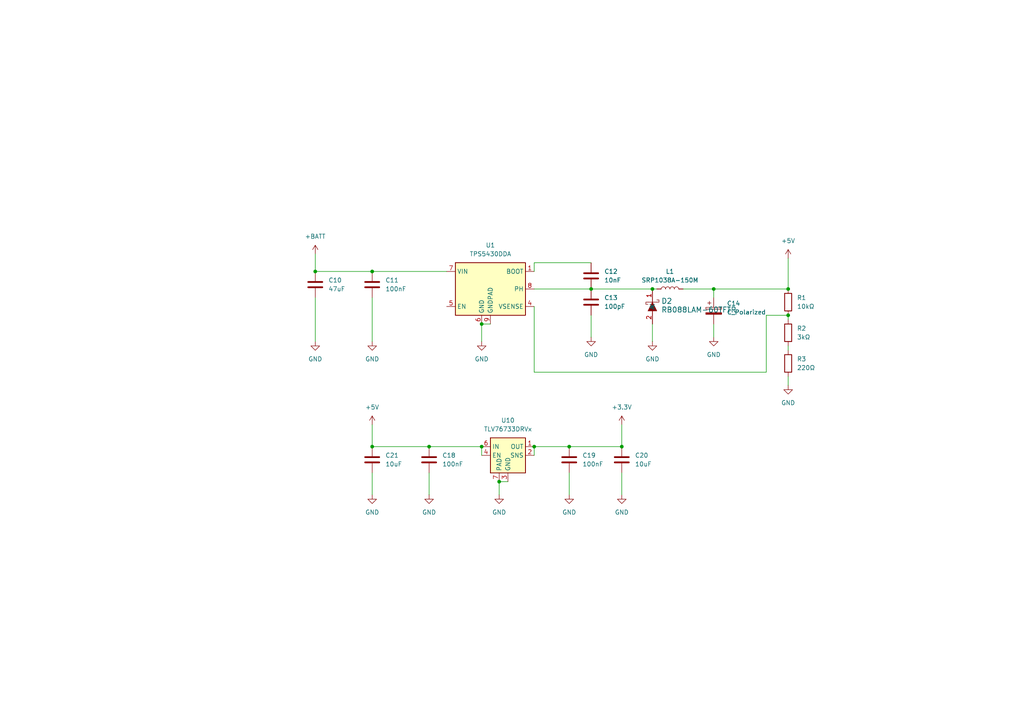
<source format=kicad_sch>
(kicad_sch (version 20250114) (generator "eeschema") (generator_version "9.0")
  (paper "A4")
  (lib_symbols
    (symbol "Device:CAP0402" (pin_numbers (hide yes)) (pin_names (offset 0.254))
      (property "Reference" "C" (at 0.635 2.54 0))
      (property "Value" "?uF" (at 0.635 -2.54 0))
      (symbol "CAP0402_0_1"
        (polyline (pts (xy -2.032 0.762) (xy 2.032 0.762)) (stroke (width 0.508)))
        (polyline (pts (xy -2.032 -0.762) (xy 2.032 -0.762)) (stroke (width 0.508)))
      )
      (symbol "CAP0402_1_1"
        (pin passive line (at 0 3.81 270) (length 2.794) (name "~") (number "1"))
        (pin passive line (at 0 -3.81 90) (length 2.794) (name "~") (number "2"))
      )
    )
    (symbol "Device:CAP1206" (pin_numbers (hide yes)) (pin_names (offset 0.254))
      (property "Reference" "C" (at 0.635 2.54 0))
      (property "Value" "?uF" (at 0.635 -2.54 0))
      (symbol "CAP1206_0_1"
        (polyline (pts (xy -2.032 0.762) (xy 2.032 0.762)) (stroke (width 0.508)))
        (polyline (pts (xy -2.032 -0.762) (xy 2.032 -0.762)) (stroke (width 0.508)))
      )
      (symbol "CAP1206_1_1"
        (pin passive line (at 0 3.81 270) (length 2.794) (name "~") (number "1"))
        (pin passive line (at 0 -3.81 90) (length 2.794) (name "~") (number "2"))
      )
    )
    (symbol "Device:C_Polarized" (pin_numbers (hide yes)) (pin_names (offset 0.254))
      (property "Reference" "C" (at 0.635 2.54 0))
      (property "Value" "C_Polarized" (at 0.635 -2.54 0))
      (symbol "C_Polarized_0_1"
        (rectangle (start -2.286 0.508) (end 2.286 1.016))
        (polyline (pts (xy -1.778 2.286) (xy -0.762 2.286)))
        (polyline (pts (xy -1.27 2.794) (xy -1.27 1.778)))
        (rectangle (start 2.286 -0.508) (end -2.286 -1.016) (fill (type outline)))
      )
      (symbol "C_Polarized_1_1"
        (pin passive line (at 0 3.81 270) (length 2.794) (name "~") (number "1"))
        (pin passive line (at 0 -3.81 90) (length 2.794) (name "~") (number "2"))
      )
    )
    (symbol "Device:RES0402" (pin_numbers (hide yes)) (pin_names (offset 0))
      (property "Reference" "R" (at 2.032 0 90))
      (property "Value" "kΩ" (at 0 0 90))
      (symbol "RES0402_0_1"
        (rectangle (start -1.016 -2.54) (end 1.016 2.54) (stroke (width 0.254)))
      )
      (symbol "RES0402_1_1"
        (pin passive line (at 0 3.81 270) (length 1.27) (name "~") (number "1"))
        (pin passive line (at 0 -3.81 90) (length 1.27) (name "~") (number "2"))
      )
    )
    (symbol "Regulator_Linear:TLV76733DRVx"
      (property "Reference" "U" (at 0 8.89 0))
      (property "Value" "TLV76733DRVx" (at 0 6.35 0))
      (symbol "TLV76733DRVx_0_1"
        (rectangle (start -5.08 -5.08) (end 5.08 5.08) (stroke (width 0.254)) (fill (type background)))
      )
      (symbol "TLV76733DRVx_1_1"
        (pin power_in line (at -7.62 2.54 0) (length 2.54) (name "IN") (number "6"))
        (pin input line (at -7.62 0 0) (length 2.54) (name "EN") (number "4"))
        (pin passive line (at -2.54 -7.62 90) (length 2.54) (name "PAD") (number "7"))
        (pin power_in line (at 0 -7.62 90) (length 2.54) (name "GND") (number "3"))
        (pin passive line (at 0 -7.62 90) (length 2.54) (hide yes) (name "GND") (number "5"))
        (pin power_out line (at 7.62 2.54 180) (length 2.54) (name "OUT") (number "1"))
        (pin input line (at 7.62 0 180) (length 2.54) (name "SNS") (number "2"))
      )
    )
    (symbol "Regulator_Switching:TPS5430DDA"
      (property "Reference" "U" (at -10.16 8.89 0))
      (property "Value" "TPS5430DDA" (at -1.27 8.89 0))
      (symbol "TPS5430DDA_0_1"
        (rectangle (start -10.16 7.62) (end 10.16 -7.62) (stroke (width 0.254)) (fill (type background)))
      )
      (symbol "TPS5430DDA_1_1"
        (pin power_in line (at -12.7 5.08 0) (length 2.54) (name "VIN") (number "7"))
        (pin input line (at -12.7 -5.08 0) (length 2.54) (name "EN") (number "5"))
        (pin no_connect line (at -10.16 2.54 0) (length 2.54) (hide yes) (name "NC") (number "2"))
        (pin no_connect line (at -10.16 -2.54 0) (length 2.54) (hide yes) (name "NC") (number "3"))
        (pin power_in line (at -2.54 -10.16 90) (length 2.54) (name "GND") (number "6"))
        (pin power_in line (at 0 -10.16 90) (length 2.54) (name "GNDPAD") (number "9"))
        (pin input line (at 12.7 5.08 180) (length 2.54) (name "BOOT") (number "1"))
        (pin output line (at 12.7 0 180) (length 2.54) (name "PH") (number "8"))
        (pin input line (at 12.7 -5.08 180) (length 2.54) (name "VSENSE") (number "4"))
      )
    )
    (symbol "dk_Diodes-Rectifiers-Single:RB088LAM-60TFTR" (pin_names (offset 0.254))
      (property "Reference" "D" (at 20.32 10.16 0))
      (property "Value" "RB088LAM-60TFTR" (at 20.32 7.62 0))
      (symbol "RB088LAM-60TFTR_0_1"
        (polyline (pts (xy 16.51 1.27) (xy 16.51 -1.27) (xy 19.05 0) (xy 16.51 1.27)) (fill (type outline)))
        (polyline (pts (xy 19.05 1.27) (xy 19.05 -1.27)))
        (polyline (pts (xy 19.05 1.27) (xy 19.05 1.905) (xy 18.415 1.905) (xy 18.415 1.27)))
        (polyline (pts (xy 19.05 -1.27) (xy 19.05 -1.905) (xy 19.685 -1.905) (xy 19.685 -1.27)))
      )
      (symbol "RB088LAM-60TFTR_1_1"
        (pin passive line (at 12.7 0 0) (length 3.81) (name "A") (number "2"))
        (pin passive line (at 22.86 0 180) (length 3.81) (name "K") (number "1"))
      )
    )
    (symbol "dk_Fixed-Inductors:SRP1038A-150M" (pin_numbers (hide yes)) (pin_names (offset 1.016) (hide yes))
      (property "Reference" "L" (at -3.937 1.397 0))
      (property "Value" "SRP1038A-150M" (at 10.795 1.651 0))
      (symbol "SRP1038A-150M_0_1"
        (arc (start -2.54 0) (mid -1.905 0.6323) (end -1.27 0))
        (arc (start -1.27 0) (mid -0.635 0.6323) (end 0 0))
        (arc (start 0 0) (mid 0.635 0.6323) (end 1.27 0))
        (arc (start 1.27 0) (mid 1.905 0.6323) (end 2.54 0))
      )
      (symbol "SRP1038A-150M_1_1"
        (pin passive line (at -3.81 0 0) (length 1.27) (name "1") (number "1"))
        (pin passive line (at 3.81 0 180) (length 1.27) (name "2") (number "2"))
      )
    )
    (symbol "power:+3.3V" (power) (pin_numbers (hide yes)) (pin_names (offset 0) (hide yes))
      (property "Value" "+3.3V" (at 0 3.556 0))
      (symbol "+3.3V_0_1"
        (polyline (pts (xy -0.762 1.27) (xy 0 2.54)))
        (polyline (pts (xy 0 2.54) (xy 0.762 1.27)))
        (polyline (pts (xy 0 0) (xy 0 2.54)))
      )
      (symbol "+3.3V_1_1"
        (pin power_in line (at 0 0 90) (length 0) (name "~") (number "1"))
      )
    )
    (symbol "power:+BATT" (power) (pin_numbers (hide yes)) (pin_names (offset 0) (hide yes))
      (property "Value" "+BATT" (at 0 3.556 0))
      (symbol "+BATT_0_1"
        (polyline (pts (xy -0.762 1.27) (xy 0 2.54)))
        (polyline (pts (xy 0 2.54) (xy 0.762 1.27)))
        (polyline (pts (xy 0 0) (xy 0 2.54)))
      )
      (symbol "+BATT_1_1"
        (pin power_in line (at 0 0 90) (length 0) (name "~") (number "1"))
      )
    )
    (symbol "power:GND" (power) (pin_numbers (hide yes)) (pin_names (offset 0) (hide yes))
      (property "Value" "GND" (at 0 -3.81 0))
      (symbol "GND_0_1"
        (polyline (pts (xy 0 0) (xy 0 -1.27) (xy 1.27 -1.27) (xy 0 -2.54) (xy -1.27 -1.27) (xy 0 -1.27)))
      )
      (symbol "GND_1_1"
        (pin power_in line (at 0 0 270) (length 0) (name "~") (number "1"))
      )
    )
  )
  (junction (at 171.45 83.82))
  (junction (at 139.7 129.54))
  (junction (at 228.6 91.44))
  (junction (at 107.95 78.74))
  (junction (at 107.95 129.54))
  (junction (at 154.94 129.54))
  (junction (at 91.44 78.74))
  (junction (at 189.23 83.82))
  (junction (at 144.78 139.7))
  (junction (at 228.6 83.82))
  (junction (at 165.1 129.54))
  (junction (at 180.34 129.54))
  (junction (at 124.46 129.54))
  (junction (at 139.7 93.98))
  (junction (at 207.01 83.82))
  (wire (pts (xy 171.45 91.44) (xy 171.45 97.79)))
  (wire (pts (xy 144.78 139.7) (xy 147.32 139.7)))
  (wire (pts (xy 165.1 129.54) (xy 180.34 129.54)))
  (wire (pts (xy 222.25 91.44) (xy 228.6 91.44)))
  (wire (pts (xy 165.1 137.16) (xy 165.1 143.51)))
  (wire (pts (xy 222.25 107.95) (xy 222.25 91.44)))
  (wire (pts (xy 154.94 78.74) (xy 154.94 76.2)))
  (wire (pts (xy 107.95 137.16) (xy 107.95 143.51)))
  (wire (pts (xy 107.95 78.74) (xy 129.54 78.74)))
  (wire (pts (xy 154.94 76.2) (xy 171.45 76.2)))
  (wire (pts (xy 139.7 129.54) (xy 139.7 132.08)))
  (wire (pts (xy 189.23 93.98) (xy 189.23 99.06)))
  (wire (pts (xy 107.95 86.36) (xy 107.95 99.06)))
  (wire (pts (xy 154.94 107.95) (xy 222.25 107.95)))
  (wire (pts (xy 154.94 129.54) (xy 165.1 129.54)))
  (wire (pts (xy 154.94 83.82) (xy 171.45 83.82)))
  (wire (pts (xy 154.94 88.9) (xy 154.94 107.95)))
  (wire (pts (xy 171.45 83.82) (xy 189.23 83.82)))
  (wire (pts (xy 228.6 91.44) (xy 228.6 92.71)))
  (wire (pts (xy 139.7 93.98) (xy 139.7 99.06)))
  (wire (pts (xy 198.12 83.82) (xy 207.01 83.82)))
  (wire (pts (xy 91.44 86.36) (xy 91.44 99.06)))
  (wire (pts (xy 180.34 137.16) (xy 180.34 143.51)))
  (wire (pts (xy 207.01 83.82) (xy 207.01 86.36)))
  (wire (pts (xy 107.95 129.54) (xy 124.46 129.54)))
  (wire (pts (xy 139.7 93.98) (xy 142.24 93.98)))
  (wire (pts (xy 91.44 78.74) (xy 107.95 78.74)))
  (wire (pts (xy 144.78 139.7) (xy 144.78 143.51)))
  (wire (pts (xy 228.6 74.93) (xy 228.6 83.82)))
  (wire (pts (xy 180.34 123.19) (xy 180.34 129.54)))
  (wire (pts (xy 124.46 129.54) (xy 139.7 129.54)))
  (wire (pts (xy 228.6 100.33) (xy 228.6 101.6)))
  (wire (pts (xy 189.23 83.82) (xy 190.5 83.82)))
  (wire (pts (xy 91.44 73.66) (xy 91.44 78.74)))
  (wire (pts (xy 107.95 123.19) (xy 107.95 129.54)))
  (wire (pts (xy 154.94 129.54) (xy 154.94 132.08)))
  (wire (pts (xy 228.6 109.22) (xy 228.6 111.76)))
  (wire (pts (xy 124.46 137.16) (xy 124.46 143.51)))
  (wire (pts (xy 207.01 83.82) (xy 228.6 83.82)))
  (wire (pts (xy 207.01 93.98) (xy 207.01 97.79)))
  (symbol (lib_id "power:GND") (at 124.46 143.51 0) (unit 1)
    (property "Reference" "#PWR028" (effects (hide yes)))
    (property "Value" "GND" (at 124.46 148.59 0))
    (property "Description" "Power symbol creates a global label with name \"GND\" , ground" (effects (hide yes)))
  )
  (symbol (lib_id "power:GND") (at 189.23 99.06 0) (unit 1)
    (property "Reference" "#PWR018" (effects (hide yes)))
    (property "Value" "GND" (at 189.23 104.14 0))
    (property "Description" "Power symbol creates a global label with name \"GND\" , ground" (effects (hide yes)))
  )
  (symbol (lib_id "power:GND") (at 139.7 99.06 0) (unit 1)
    (property "Reference" "#PWR02" (effects (hide yes)))
    (property "Value" "GND" (at 139.7 104.14 0))
    (property "Description" "Power symbol creates a global label with name \"GND\" , ground" (effects (hide yes)))
  )
  (symbol (lib_id "Device:CAP0402") (at 165.1 133.35 0) (unit 1)
    (property "Reference" "C19" (at 168.91 132.0799 0) (effects (justify left)))
    (property "Value" "100nF" (at 168.91 134.6199 0) (effects (justify left)))
    (property "Footprint" "Capacitor_SMD:C_0402_1005Metric" (effects (hide yes)))
    (property "Description" "Unpolarized capacitor" (effects (hide yes)))
  )
  (symbol (lib_id "power:+3.3V") (at 107.95 123.19 0) (unit 1)
    (property "Reference" "#PWR032" (effects (hide yes)))
    (property "Value" "+5V" (at 107.95 118.11 0))
    (property "Description" "Power symbol creates a global label with name \"+3.3V\"" (effects (hide yes)))
  )
  (symbol (lib_id "power:GND") (at 165.1 143.51 0) (unit 1)
    (property "Reference" "#PWR029" (effects (hide yes)))
    (property "Value" "GND" (at 165.1 148.59 0))
    (property "Description" "Power symbol creates a global label with name \"GND\" , ground" (effects (hide yes)))
  )
  (symbol (lib_id "Device:RES0402") (at 228.6 87.63 0) (unit 1)
    (property "Reference" "R1" (at 231.14 86.3599 0) (effects (justify left)))
    (property "Value" "10kΩ" (at 231.14 88.8999 0) (effects (justify left)))
    (property "Footprint" "Resistor_SMD:R_0402_1005Metric" (effects (hide yes)))
    (property "Description" "Resistor" (effects (hide yes)))
  )
  (symbol (lib_id "power:GND") (at 144.78 143.51 0) (unit 1)
    (property "Reference" "#PWR027" (effects (hide yes)))
    (property "Value" "GND" (at 144.78 148.59 0))
    (property "Description" "Power symbol creates a global label with name \"GND\" , ground" (effects (hide yes)))
  )
  (symbol (lib_id "Regulator_Linear:TLV76733DRVx") (at 147.32 132.08 0) (unit 1)
    (property "Reference" "U10" (at 147.32 121.92 0))
    (property "Value" "TLV76733DRVx" (at 147.32 124.46 0))
    (property "Footprint" "Package_SON:WSON-6-1EP_2x2mm_P0.65mm_EP1x1.6mm_ThermalVias" (effects (hide yes)))
    (property "Datasheet" "www.ti.com/lit/gpn/TLV767" (effects (hide yes)))
    (property "Description" "1A Precision Linear Voltage Regulator, with enable pin, Fixed Output 3.3V, WSON6" (effects (hide yes)))
  )
  (symbol (lib_id "power:GND") (at 107.95 99.06 0) (unit 1)
    (property "Reference" "#PWR015" (effects (hide yes)))
    (property "Value" "GND" (at 107.95 104.14 0))
    (property "Description" "Power symbol creates a global label with name \"GND\" , ground" (effects (hide yes)))
  )
  (symbol (lib_id "Device:CAP0402") (at 124.46 133.35 0) (unit 1)
    (property "Reference" "C18" (at 128.27 132.0799 0) (effects (justify left)))
    (property "Value" "100nF" (at 128.27 134.6199 0) (effects (justify left)))
    (property "Footprint" "Capacitor_SMD:C_0402_1005Metric" (effects (hide yes)))
    (property "Description" "Unpolarized capacitor" (effects (hide yes)))
  )
  (symbol (lib_id "dk_Fixed-Inductors:SRP1038A-150M") (at 194.31 83.82 0) (unit 1)
    (property "Reference" "L1" (at 194.31 78.74 0))
    (property "Value" "SRP1038A-150M" (at 194.31 81.28 0))
    (property "Footprint" "Inductor_SMD:IND_SRP1038A_BRN" (effects (hide yes)))
    (property "Description" "Inductor" (effects (hide yes)))
  )
  (symbol (lib_id "power:+3.3V") (at 180.34 123.19 0) (unit 1)
    (property "Reference" "#PWR033" (effects (hide yes)))
    (property "Value" "+3.3V" (at 180.34 118.11 0))
    (property "Description" "Power symbol creates a global label with name \"+3.3V\"" (effects (hide yes)))
  )
  (symbol (lib_id "Device:CAP0402") (at 171.45 87.63 0) (unit 1)
    (property "Reference" "C13" (at 175.26 86.3599 0) (effects (justify left)))
    (property "Value" "100pF" (at 175.26 88.8999 0) (effects (justify left)))
    (property "Footprint" "Capacitor_SMD:C_0402_1005Metric" (effects (hide yes)))
    (property "Description" "Unpolarized capacitor" (effects (hide yes)))
  )
  (symbol (lib_id "Device:C_Polarized") (at 207.01 90.17 0) (unit 1)
    (property "Reference" "C14" (at 210.82 88.0109 0) (effects (justify left)))
    (property "Value" "C_Polarized" (at 210.82 90.5509 0) (effects (justify left)))
    (property "Description" "Polarized capacitor" (effects (hide yes)))
  )
  (symbol (lib_id "Device:CAP0402") (at 107.95 82.55 0) (unit 1)
    (property "Reference" "C11" (at 111.76 81.2799 0) (effects (justify left)))
    (property "Value" "100nF" (at 111.76 83.8199 0) (effects (justify left)))
    (property "Footprint" "Capacitor_SMD:C_0402_1005Metric" (effects (hide yes)))
    (property "Description" "Unpolarized capacitor" (effects (hide yes)))
  )
  (symbol (lib_id "Device:CAP0402") (at 171.45 80.01 0) (unit 1)
    (property "Reference" "C12" (at 175.26 78.7399 0) (effects (justify left)))
    (property "Value" "10nF" (at 175.26 81.2799 0) (effects (justify left)))
    (property "Footprint" "Capacitor_SMD:C_0402_1005Metric" (effects (hide yes)))
    (property "Description" "Unpolarized capacitor" (effects (hide yes)))
  )
  (symbol (lib_id "Regulator_Switching:TPS5430DDA") (at 142.24 83.82 0) (unit 1)
    (property "Reference" "U1" (at 142.24 71.12 0))
    (property "Value" "TPS5430DDA" (at 142.24 73.66 0))
    (property "Footprint" "Package_SO:TI_SO-PowerPAD-8_ThermalVias" (effects (hide yes)))
    (property "Datasheet" "http://www.ti.com/lit/ds/symlink/tps5430.pdf" (effects (hide yes)))
    (property "Description" "3A, Step Down Swift Converter, Adjustable Output Voltage, 5.5-36V Input Voltage, PowerSO-8" (effects (hide yes)))
  )
  (symbol (lib_id "power:GND") (at 207.01 97.79 0) (unit 1)
    (property "Reference" "#PWR019" (effects (hide yes)))
    (property "Value" "GND" (at 207.01 102.87 0))
    (property "Description" "Power symbol creates a global label with name \"GND\" , ground" (effects (hide yes)))
  )
  (symbol (lib_id "power:GND") (at 171.45 97.79 0) (unit 1)
    (property "Reference" "#PWR017" (effects (hide yes)))
    (property "Value" "GND" (at 171.45 102.87 0))
    (property "Description" "Power symbol creates a global label with name \"GND\" , ground" (effects (hide yes)))
  )
  (symbol (lib_id "power:+3.3V") (at 228.6 74.93 0) (unit 1)
    (property "Reference" "#PWR01" (effects (hide yes)))
    (property "Value" "+5V" (at 228.6 69.85 0))
    (property "Description" "Power symbol creates a global label with name \"+3.3V\"" (effects (hide yes)))
  )
  (symbol (lib_id "power:+BATT") (at 91.44 73.66 0) (unit 1)
    (property "Reference" "#PWR016" (effects (hide yes)))
    (property "Value" "+BATT" (at 91.44 68.58 0))
    (property "Description" "Power symbol creates a global label with name \"+BATT\"" (effects (hide yes)))
  )
  (symbol (lib_id "power:GND") (at 180.34 143.51 0) (unit 1)
    (property "Reference" "#PWR030" (effects (hide yes)))
    (property "Value" "GND" (at 180.34 148.59 0))
    (property "Description" "Power symbol creates a global label with name \"GND\" , ground" (effects (hide yes)))
  )
  (symbol (lib_id "Device:RES0402") (at 228.6 96.52 0) (unit 1)
    (property "Reference" "R2" (at 231.14 95.2499 0) (effects (justify left)))
    (property "Value" "3kΩ" (at 231.14 97.7899 0) (effects (justify left)))
    (property "Footprint" "Resistor_SMD:R_0402_1005Metric" (effects (hide yes)))
    (property "Description" "Resistor" (effects (hide yes)))
  )
  (symbol (lib_id "power:GND") (at 91.44 99.06 0) (unit 1)
    (property "Reference" "#PWR014" (effects (hide yes)))
    (property "Value" "GND" (at 91.44 104.14 0))
    (property "Description" "Power symbol creates a global label with name \"GND\" , ground" (effects (hide yes)))
  )
  (symbol (lib_id "Device:CAP0402") (at 107.95 133.35 0) (unit 1)
    (property "Reference" "C21" (at 111.76 132.0799 0) (effects (justify left)))
    (property "Value" "10uF" (at 111.76 134.6199 0) (effects (justify left)))
    (property "Footprint" "Capacitor_SMD:C_0402_1005Metric" (effects (hide yes)))
    (property "Description" "Unpolarized capacitor" (effects (hide yes)))
  )
  (symbol (lib_id "power:GND") (at 107.95 143.51 0) (unit 1)
    (property "Reference" "#PWR031" (effects (hide yes)))
    (property "Value" "GND" (at 107.95 148.59 0))
    (property "Description" "Power symbol creates a global label with name \"GND\" , ground" (effects (hide yes)))
  )
  (symbol (lib_id "Device:RES0402") (at 228.6 105.41 0) (unit 1)
    (property "Reference" "R3" (at 231.14 104.1399 0) (effects (justify left)))
    (property "Value" "220Ω" (at 231.14 106.6799 0) (effects (justify left)))
    (property "Footprint" "Resistor_SMD:R_0402_1005Metric" (effects (hide yes)))
    (property "Description" "Resistor" (effects (hide yes)))
  )
  (symbol (lib_id "dk_Diodes-Rectifiers-Single:RB088LAM-60TFTR") (at 189.23 106.68 90) (unit 1)
    (property "Reference" "D2" (at 191.77 87.3124 90) (effects (font (size 1.524 1.524)) (justify right)))
    (property "Value" "RB088LAM-60TFTR" (at 191.77 89.8524 90) (effects (font (size 1.524 1.524)) (justify right)))
    (property "Footprint" "Diode_SMD:D_SOD-128" (effects (hide yes)))
    (property "Datasheet" "RB088LAM-60TFTR" (effects (hide yes)))
  )
  (symbol (lib_id "Device:CAP0402") (at 180.34 133.35 0) (unit 1)
    (property "Reference" "C20" (at 184.15 132.0799 0) (effects (justify left)))
    (property "Value" "10uF" (at 184.15 134.6199 0) (effects (justify left)))
    (property "Footprint" "Capacitor_SMD:C_0402_1005Metric" (effects (hide yes)))
    (property "Description" "Unpolarized capacitor" (effects (hide yes)))
  )
  (symbol (lib_id "Device:CAP1206") (at 91.44 82.55 0) (unit 1)
    (property "Reference" "C10" (at 95.25 81.2799 0) (effects (justify left)))
    (property "Value" "47uF" (at 95.25 83.8199 0) (effects (justify left)))
    (property "Footprint" "Capacitor_SMD:C_1206_3216Metric" (effects (hide yes)))
    (property "Description" "Unpolarized capacitor" (effects (hide yes)))
  )
  (symbol (lib_id "power:GND") (at 228.6 111.76 0) (unit 1)
    (property "Reference" "#PWR020" (effects (hide yes)))
    (property "Value" "GND" (at 228.6 116.84 0))
    (property "Description" "Power symbol creates a global label with name \"GND\" , ground" (effects (hide yes)))
  )
)
</source>
